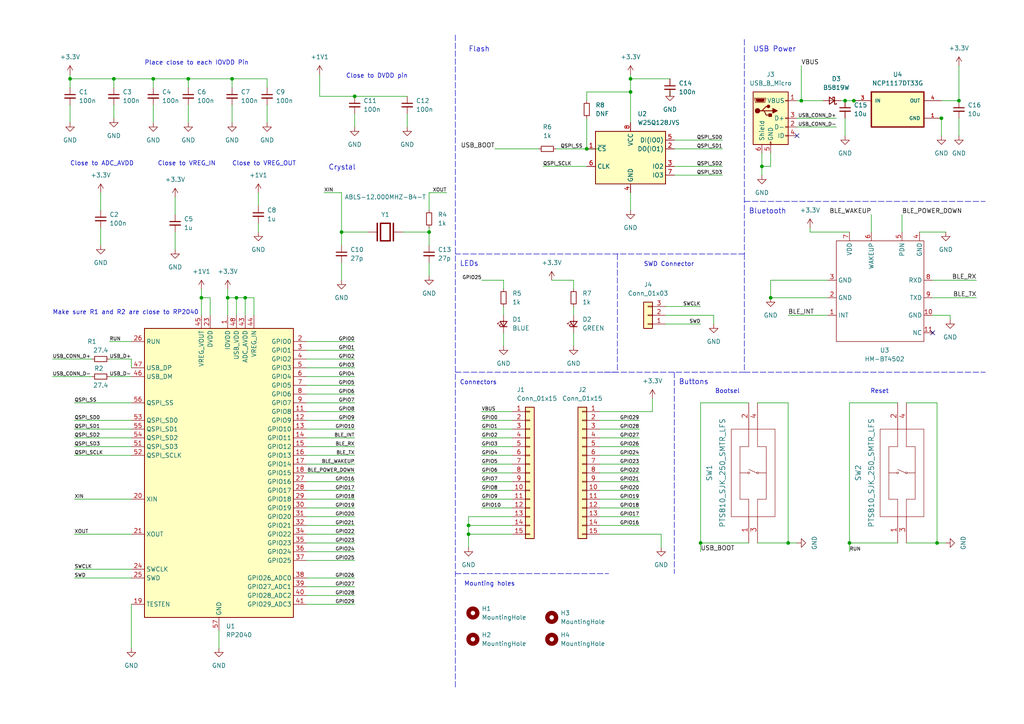
<source format=kicad_sch>
(kicad_sch (version 20211123) (generator eeschema)
  (paper "A4")
  (lib_symbols
    (symbol "ABLS-12.000MHZ-B4-T:ABLS-12.000MHZ-B4-T" (pin_numbers hide) (pin_names (offset 1.016) hide)
      (property "Reference" "Y" (at -5.08 3.81 0))
      (property "Value" "ABLS-12.000MHZ-B4-T" (at -5.1054 -5.1054 0))
      (symbol "ABLS-12.000MHZ-B4-T_0_0"
        (pin passive line (at -5.08 0 0) (length 2.54) (name "~") (number "1"))
        (pin passive line (at 5.08 0 180) (length 2.54) (name "~") (number "2"))
      )
    )
    (symbol "Connector:USB_B_Micro" (pin_names (offset 1.016))
      (property "Reference" "J" (at -5.08 11.43 0))
      (property "Value" "USB_B_Micro" (at -5.08 8.89 0))
      (symbol "USB_B_Micro_1_1"
        (pin power_out line (at 7.62 5.08 180) (length 2.54) (name "VBUS") (number "1"))
        (pin bidirectional line (at 7.62 -2.54 180) (length 2.54) (name "D-") (number "2"))
        (pin bidirectional line (at 7.62 0 180) (length 2.54) (name "D+") (number "3"))
        (pin passive line (at 7.62 -5.08 180) (length 2.54) (name "ID") (number "4"))
        (pin power_out line (at 0 -10.16 90) (length 2.54) (name "GND") (number "5"))
        (pin passive line (at -2.54 -10.16 90) (length 2.54) (name "Shield") (number "6"))
      )
    )
    (symbol "Connector_Generic:Conn_01x03" (pin_names (offset 1.016) hide)
      (property "Reference" "J" (at 0 5.08 0))
      (property "Value" "Conn_01x03" (at 0 -5.08 0))
      (symbol "Conn_01x03_1_1"
        (pin passive line (at -5.08 2.54 0) (length 3.81) (name "Pin_1") (number "1"))
        (pin passive line (at -5.08 0 0) (length 3.81) (name "Pin_2") (number "2"))
        (pin passive line (at -5.08 -2.54 0) (length 3.81) (name "Pin_3") (number "3"))
      )
    )
    (symbol "Connector_Generic:Conn_01x15" (pin_names (offset 1.016) hide)
      (property "Reference" "J" (at 0 20.32 0))
      (property "Value" "Conn_01x15" (at 0 -20.32 0))
      (symbol "Conn_01x15_1_1"
        (pin passive line (at -5.08 17.78 0) (length 3.81) (name "Pin_1") (number "1"))
        (pin passive line (at -5.08 -5.08 0) (length 3.81) (name "Pin_10") (number "10"))
        (pin passive line (at -5.08 -7.62 0) (length 3.81) (name "Pin_11") (number "11"))
        (pin passive line (at -5.08 -10.16 0) (length 3.81) (name "Pin_12") (number "12"))
        (pin passive line (at -5.08 -12.7 0) (length 3.81) (name "Pin_13") (number "13"))
        (pin passive line (at -5.08 -15.24 0) (length 3.81) (name "Pin_14") (number "14"))
        (pin passive line (at -5.08 -17.78 0) (length 3.81) (name "Pin_15") (number "15"))
        (pin passive line (at -5.08 15.24 0) (length 3.81) (name "Pin_2") (number "2"))
        (pin passive line (at -5.08 12.7 0) (length 3.81) (name "Pin_3") (number "3"))
        (pin passive line (at -5.08 10.16 0) (length 3.81) (name "Pin_4") (number "4"))
        (pin passive line (at -5.08 7.62 0) (length 3.81) (name "Pin_5") (number "5"))
        (pin passive line (at -5.08 5.08 0) (length 3.81) (name "Pin_6") (number "6"))
        (pin passive line (at -5.08 2.54 0) (length 3.81) (name "Pin_7") (number "7"))
        (pin passive line (at -5.08 0 0) (length 3.81) (name "Pin_8") (number "8"))
        (pin passive line (at -5.08 -2.54 0) (length 3.81) (name "Pin_9") (number "9"))
      )
    )
    (symbol "Custom:HM-BT4502"
      (property "Reference" "U" (at -12.7 16.51 0))
      (property "Value" "HM-BT4502" (at 7.62 -15.24 0))
      (symbol "HM-BT4502_0_0"
        (text "" (at 15.24 5.08 0) (effects (font (size 1.27 1.27))))
      )
      (symbol "HM-BT4502_1_1"
        (pin output line (at -15.24 -6.35 0) (length 2.54) (name "INT") (number "1"))
        (pin power_in line (at 15.24 -6.35 180) (length 2.54) (name "GND") (number "10"))
        (pin no_connect line (at 15.24 -11.43 180) (length 2.54) (name "NC") (number "11"))
        (pin power_in line (at -15.24 -1.27 0) (length 2.54) (name "GND") (number "2"))
        (pin power_in line (at -15.24 3.81 0) (length 2.54) (name "GND") (number "3"))
        (pin input line (at 11.43 17.78 270) (length 2.54) (name "GND") (number "4"))
        (pin input line (at 6.35 17.78 270) (length 2.54) (name "PDN") (number "5"))
        (pin input line (at -2.54 17.78 270) (length 2.54) (name "WAKEUP") (number "6"))
        (pin power_in line (at -8.89 17.78 270) (length 2.54) (name "VDD") (number "7"))
        (pin input line (at 15.24 3.81 180) (length 2.54) (name "RXD") (number "8"))
        (pin output line (at 15.24 -1.27 180) (length 2.54) (name "TXD") (number "9"))
      )
    )
    (symbol "Device:C_Small" (pin_numbers hide) (pin_names (offset 0.254) hide)
      (property "Reference" "C" (at 0.254 1.778 0))
      (property "Value" "C_Small" (at 0.254 -2.032 0))
      (symbol "C_Small_1_1"
        (pin passive line (at 0 2.54 270) (length 2.032) (name "~") (number "1"))
        (pin passive line (at 0 -2.54 90) (length 2.032) (name "~") (number "2"))
      )
    )
    (symbol "Device:D_Schottky_Small" (pin_numbers hide) (pin_names (offset 0.254) hide)
      (property "Reference" "D" (at -1.27 2.032 0))
      (property "Value" "D_Schottky_Small" (at -7.112 -2.032 0))
      (symbol "D_Schottky_Small_1_1"
        (pin passive line (at -2.54 0 0) (length 1.778) (name "K") (number "1"))
        (pin passive line (at 2.54 0 180) (length 1.778) (name "A") (number "2"))
      )
    )
    (symbol "Device:LED_Small" (pin_numbers hide) (pin_names (offset 0.254) hide)
      (property "Reference" "D" (at -1.27 3.175 0))
      (property "Value" "LED_Small" (at -4.445 -2.54 0))
      (symbol "LED_Small_1_1"
        (pin passive line (at -2.54 0 0) (length 1.778) (name "K") (number "1"))
        (pin passive line (at 2.54 0 180) (length 1.778) (name "A") (number "2"))
      )
    )
    (symbol "Device:R_Small" (pin_numbers hide) (pin_names (offset 0.254) hide)
      (property "Reference" "R" (at 0.762 0.508 0))
      (property "Value" "R_Small" (at 0.762 -1.016 0))
      (symbol "R_Small_1_1"
        (pin passive line (at 0 2.54 270) (length 0.762) (name "~") (number "1"))
        (pin passive line (at 0 -2.54 90) (length 0.762) (name "~") (number "2"))
      )
    )
    (symbol "MCU_RaspberryPi:RP2040"
      (property "Reference" "U" (at 17.78 45.72 0))
      (property "Value" "RP2040" (at 17.78 43.18 0))
      (symbol "RP2040_1_1"
        (pin power_in line (at 2.54 45.72 270) (length 3.81) (name "IOVDD") (number "1"))
        (pin passive line (at 2.54 45.72 270) (length 3.81) hide (name "IOVDD") (number "10"))
        (pin bidirectional line (at 25.4 17.78 180) (length 3.81) (name "GPIO8") (number "11"))
        (pin bidirectional line (at 25.4 15.24 180) (length 3.81) (name "GPIO9") (number "12"))
        (pin bidirectional line (at 25.4 12.7 180) (length 3.81) (name "GPIO10") (number "13"))
        (pin bidirectional line (at 25.4 10.16 180) (length 3.81) (name "GPIO11") (number "14"))
        (pin bidirectional line (at 25.4 7.62 180) (length 3.81) (name "GPIO12") (number "15"))
        (pin bidirectional line (at 25.4 5.08 180) (length 3.81) (name "GPIO13") (number "16"))
        (pin bidirectional line (at 25.4 2.54 180) (length 3.81) (name "GPIO14") (number "17"))
        (pin bidirectional line (at 25.4 0 180) (length 3.81) (name "GPIO15") (number "18"))
        (pin input line (at -25.4 -38.1 0) (length 3.81) (name "TESTEN") (number "19"))
        (pin bidirectional line (at 25.4 38.1 180) (length 3.81) (name "GPIO0") (number "2"))
        (pin input line (at -25.4 -7.62 0) (length 3.81) (name "XIN") (number "20"))
        (pin passive line (at -25.4 -17.78 0) (length 3.81) (name "XOUT") (number "21"))
        (pin passive line (at 2.54 45.72 270) (length 3.81) hide (name "IOVDD") (number "22"))
        (pin power_in line (at -2.54 45.72 270) (length 3.81) (name "DVDD") (number "23"))
        (pin output line (at -25.4 -27.94 0) (length 3.81) (name "SWCLK") (number "24"))
        (pin bidirectional line (at -25.4 -30.48 0) (length 3.81) (name "SWD") (number "25"))
        (pin input line (at -25.4 38.1 0) (length 3.81) (name "RUN") (number "26"))
        (pin bidirectional line (at 25.4 -2.54 180) (length 3.81) (name "GPIO16") (number "27"))
        (pin bidirectional line (at 25.4 -5.08 180) (length 3.81) (name "GPIO17") (number "28"))
        (pin bidirectional line (at 25.4 -7.62 180) (length 3.81) (name "GPIO18") (number "29"))
        (pin bidirectional line (at 25.4 35.56 180) (length 3.81) (name "GPIO1") (number "3"))
        (pin bidirectional line (at 25.4 -10.16 180) (length 3.81) (name "GPIO19") (number "30"))
        (pin bidirectional line (at 25.4 -12.7 180) (length 3.81) (name "GPIO20") (number "31"))
        (pin bidirectional line (at 25.4 -15.24 180) (length 3.81) (name "GPIO21") (number "32"))
        (pin passive line (at 2.54 45.72 270) (length 3.81) hide (name "IOVDD") (number "33"))
        (pin bidirectional line (at 25.4 -17.78 180) (length 3.81) (name "GPIO22") (number "34"))
        (pin bidirectional line (at 25.4 -20.32 180) (length 3.81) (name "GPIO23") (number "35"))
        (pin bidirectional line (at 25.4 -22.86 180) (length 3.81) (name "GPIO24") (number "36"))
        (pin bidirectional line (at 25.4 -25.4 180) (length 3.81) (name "GPIO25") (number "37"))
        (pin bidirectional line (at 25.4 -30.48 180) (length 3.81) (name "GPIO26_ADC0") (number "38"))
        (pin bidirectional line (at 25.4 -33.02 180) (length 3.81) (name "GPIO27_ADC1") (number "39"))
        (pin bidirectional line (at 25.4 33.02 180) (length 3.81) (name "GPIO2") (number "4"))
        (pin bidirectional line (at 25.4 -35.56 180) (length 3.81) (name "GPIO28_ADC2") (number "40"))
        (pin bidirectional line (at 25.4 -38.1 180) (length 3.81) (name "GPIO29_ADC3") (number "41"))
        (pin passive line (at 2.54 45.72 270) (length 3.81) hide (name "IOVDD") (number "42"))
        (pin power_in line (at 7.62 45.72 270) (length 3.81) (name "ADC_AVDD") (number "43"))
        (pin power_in line (at 10.16 45.72 270) (length 3.81) (name "VREG_IN") (number "44"))
        (pin power_out line (at -5.08 45.72 270) (length 3.81) (name "VREG_VOUT") (number "45"))
        (pin bidirectional line (at -25.4 27.94 0) (length 3.81) (name "USB_DM") (number "46"))
        (pin bidirectional line (at -25.4 30.48 0) (length 3.81) (name "USB_DP") (number "47"))
        (pin power_in line (at 5.08 45.72 270) (length 3.81) (name "USB_VDD") (number "48"))
        (pin passive line (at 2.54 45.72 270) (length 3.81) hide (name "IOVDD") (number "49"))
        (pin bidirectional line (at 25.4 30.48 180) (length 3.81) (name "GPIO3") (number "5"))
        (pin passive line (at -2.54 45.72 270) (length 3.81) hide (name "DVDD") (number "50"))
        (pin bidirectional line (at -25.4 7.62 0) (length 3.81) (name "QSPI_SD3") (number "51"))
        (pin output line (at -25.4 5.08 0) (length 3.81) (name "QSPI_SCLK") (number "52"))
        (pin bidirectional line (at -25.4 15.24 0) (length 3.81) (name "QSPI_SD0") (number "53"))
        (pin bidirectional line (at -25.4 10.16 0) (length 3.81) (name "QSPI_SD2") (number "54"))
        (pin bidirectional line (at -25.4 12.7 0) (length 3.81) (name "QSPI_SD1") (number "55"))
        (pin bidirectional line (at -25.4 20.32 0) (length 3.81) (name "QSPI_SS") (number "56"))
        (pin power_in line (at 0 -45.72 90) (length 3.81) (name "GND") (number "57"))
        (pin bidirectional line (at 25.4 27.94 180) (length 3.81) (name "GPIO4") (number "6"))
        (pin bidirectional line (at 25.4 25.4 180) (length 3.81) (name "GPIO5") (number "7"))
        (pin bidirectional line (at 25.4 22.86 180) (length 3.81) (name "GPIO6") (number "8"))
        (pin bidirectional line (at 25.4 20.32 180) (length 3.81) (name "GPIO7") (number "9"))
      )
    )
    (symbol "Mechanical:MountingHole" (pin_names (offset 1.016))
      (property "Reference" "H" (at 0 5.08 0))
      (property "Value" "MountingHole" (at 0 3.175 0))
    )
    (symbol "Memory_Flash:W25Q128JVS"
      (property "Reference" "U" (at -8.89 8.89 0))
      (property "Value" "W25Q128JVS" (at 7.62 8.89 0))
      (symbol "W25Q128JVS_1_1"
        (pin input line (at -12.7 2.54 0) (length 2.54) (name "~{CS}") (number "1"))
        (pin bidirectional line (at 12.7 2.54 180) (length 2.54) (name "DO(IO1)") (number "2"))
        (pin bidirectional line (at 12.7 -2.54 180) (length 2.54) (name "IO2") (number "3"))
        (pin power_in line (at 0 -10.16 90) (length 2.54) (name "GND") (number "4"))
        (pin bidirectional line (at 12.7 5.08 180) (length 2.54) (name "DI(IO0)") (number "5"))
        (pin input line (at -12.7 -2.54 0) (length 2.54) (name "CLK") (number "6"))
        (pin bidirectional line (at 12.7 -5.08 180) (length 2.54) (name "IO3") (number "7"))
        (pin power_in line (at 0 10.16 270) (length 2.54) (name "VCC") (number "8"))
      )
    )
    (symbol "NCP1117DT33G:NCP1117DT33G" (pin_names (offset 1.016))
      (property "Reference" "U" (at -6.35 6.8326 0))
      (property "Value" "NCP1117DT33G" (at -6.35 -8.6614 0))
      (symbol "NCP1117DT33G_0_0"
        (pin power_in line (at 12.7 -2.54 180) (length 5.08) (name "GND") (number "1"))
        (pin input line (at -12.7 2.54 0) (length 5.08) (name "IN") (number "3"))
        (pin output line (at 12.7 2.54 180) (length 5.08) (name "OUT") (number "4"))
      )
    )
    (symbol "PTS810:PTS810_SJK_250_SMTR_LFS" (pin_names (offset 0.254) hide)
      (property "Reference" "SW" (at 20.32 10.16 0))
      (property "Value" "PTS810_SJK_250_SMTR_LFS" (at 20.32 7.62 0))
      (symbol "PTS810_SJK_250_SMTR_LFS_1_1"
        (pin unspecified line (at 0 0 0) (length 7.62) (name "1") (number "1"))
        (pin unspecified line (at 40.64 0 180) (length 7.62) (name "2") (number "2"))
        (pin unspecified line (at 0 -2.54 0) (length 7.62) (name "3") (number "3"))
        (pin unspecified line (at 40.64 -2.54 180) (length 7.62) (name "4") (number "4"))
      )
    )
    (symbol "power:+1V1" (power) (pin_names (offset 0))
      (property "Value" "+1V1" (at 0 3.556 0))
      (symbol "+1V1_1_1"
        (pin power_in line (at 0 0 90) (length 0) hide (name "+1V1") (number "1"))
      )
    )
    (symbol "power:+3.3V" (power) (pin_names (offset 0))
      (property "Value" "+3.3V" (at 0 3.556 0))
      (symbol "+3.3V_1_1"
        (pin power_in line (at 0 0 90) (length 0) hide (name "+3.3V") (number "1"))
      )
    )
    (symbol "power:GND" (power) (pin_names (offset 0))
      (property "Value" "GND" (at 0 -3.81 0))
      (symbol "GND_1_1"
        (pin power_in line (at 0 0 270) (length 0) hide (name "GND") (number "1"))
      )
    )
  )
  (junction (at 135.89 154.94))
  (junction (at 273.05 34.29))
  (junction (at 44.45 22.86))
  (junction (at 228.6 157.48))
  (junction (at 247.65 29.21))
  (junction (at 278.13 29.21))
  (junction (at 232.41 29.21))
  (junction (at 67.31 22.86))
  (junction (at 271.78 157.48))
  (junction (at 99.06 67.31))
  (junction (at 246.38 157.48))
  (junction (at 124.46 67.31))
  (junction (at 170.18 43.18))
  (junction (at 223.52 86.36))
  (junction (at 66.04 86.36))
  (junction (at 182.88 26.67))
  (junction (at 20.32 22.86))
  (junction (at 54.61 22.86))
  (junction (at 58.42 86.36))
  (junction (at 71.12 86.36))
  (junction (at 220.98 48.26))
  (junction (at 33.02 22.86))
  (junction (at 135.89 152.4))
  (junction (at 203.2 157.48))
  (junction (at 68.58 86.36))
  (junction (at 182.88 22.86))
  (junction (at 245.11 29.21))
  (junction (at 102.87 27.94))
  (no_connect (at 231.14 39.37))
  (no_connect (at 270.51 96.52))
  (wire (pts (xy 54.61 30.48) (xy 54.61 35.56)))
  (wire (pts (xy 20.32 21.59) (xy 20.32 22.86)))
  (wire (pts (xy 60.96 91.44) (xy 60.96 86.36)))
  (wire (pts (xy 92.71 27.94) (xy 102.87 27.94)))
  (wire (pts (xy 124.46 67.31) (xy 124.46 71.12)))
  (wire (pts (xy 29.21 66.04) (xy 29.21 71.12)))
  (wire (pts (xy 88.9 99.06) (xy 102.87 99.06)))
  (polyline (pts (xy 215.9 58.42) (xy 285.75 58.42)))
  (polyline (pts (xy 215.9 107.95) (xy 285.75 107.95)))
  (wire (pts (xy 173.99 139.7) (xy 185.42 139.7)))
  (wire (pts (xy 66.04 83.82) (xy 66.04 86.36)))
  (wire (pts (xy 54.61 22.86) (xy 67.31 22.86)))
  (wire (pts (xy 88.9 137.16) (xy 102.87 137.16)))
  (wire (pts (xy 21.59 144.78) (xy 38.1 144.78)))
  (wire (pts (xy 139.7 134.62) (xy 148.59 134.62)))
  (wire (pts (xy 88.9 157.48) (xy 102.87 157.48)))
  (wire (pts (xy 68.58 86.36) (xy 66.04 86.36)))
  (wire (pts (xy 88.9 109.22) (xy 102.87 109.22)))
  (wire (pts (xy 44.45 30.48) (xy 44.45 35.56)))
  (wire (pts (xy 173.99 119.38) (xy 189.23 119.38)))
  (wire (pts (xy 92.71 21.59) (xy 92.71 27.94)))
  (wire (pts (xy 173.99 127) (xy 185.42 127)))
  (wire (pts (xy 146.05 81.28) (xy 139.7 81.28)))
  (wire (pts (xy 139.7 127) (xy 148.59 127)))
  (wire (pts (xy 66.04 86.36) (xy 66.04 91.44)))
  (wire (pts (xy 182.88 21.59) (xy 182.88 22.86)))
  (wire (pts (xy 262.89 116.84) (xy 271.78 116.84)))
  (wire (pts (xy 271.78 34.29) (xy 273.05 34.29)))
  (wire (pts (xy 166.37 83.82) (xy 166.37 81.28)))
  (wire (pts (xy 21.59 116.84) (xy 38.1 116.84)))
  (wire (pts (xy 135.89 154.94) (xy 148.59 154.94)))
  (wire (pts (xy 193.04 88.9) (xy 203.2 88.9)))
  (wire (pts (xy 195.58 40.64) (xy 209.55 40.64)))
  (wire (pts (xy 223.52 44.45) (xy 223.52 48.26)))
  (wire (pts (xy 228.6 116.84) (xy 228.6 157.48)))
  (wire (pts (xy 135.89 152.4) (xy 135.89 154.94)))
  (wire (pts (xy 88.9 121.92) (xy 102.87 121.92)))
  (wire (pts (xy 189.23 115.57) (xy 189.23 119.38)))
  (polyline (pts (xy 195.58 107.95) (xy 195.58 166.37)))
  (wire (pts (xy 88.9 106.68) (xy 102.87 106.68)))
  (wire (pts (xy 88.9 162.56) (xy 102.87 162.56)))
  (wire (pts (xy 223.52 48.26) (xy 220.98 48.26)))
  (wire (pts (xy 33.02 30.48) (xy 33.02 34.29)))
  (wire (pts (xy 203.2 160.02) (xy 203.2 157.48)))
  (wire (pts (xy 273.05 29.21) (xy 278.13 29.21)))
  (wire (pts (xy 270.51 86.36) (xy 283.21 86.36)))
  (wire (pts (xy 88.9 175.26) (xy 102.87 175.26)))
  (wire (pts (xy 246.38 116.84) (xy 246.38 157.48)))
  (wire (pts (xy 232.41 29.21) (xy 238.76 29.21)))
  (wire (pts (xy 247.65 29.21) (xy 250.19 29.21)))
  (wire (pts (xy 262.89 157.48) (xy 271.78 157.48)))
  (wire (pts (xy 182.88 22.86) (xy 194.31 22.86)))
  (wire (pts (xy 50.8 57.15) (xy 50.8 62.23)))
  (polyline (pts (xy 132.08 166.37) (xy 176.53 166.37)))
  (wire (pts (xy 15.24 104.14) (xy 26.67 104.14)))
  (wire (pts (xy 88.9 114.3) (xy 102.87 114.3)))
  (wire (pts (xy 31.75 109.22) (xy 38.1 109.22)))
  (wire (pts (xy 73.66 86.36) (xy 71.12 86.36)))
  (wire (pts (xy 220.98 44.45) (xy 220.98 48.26)))
  (wire (pts (xy 99.06 55.88) (xy 99.06 67.31)))
  (wire (pts (xy 139.7 119.38) (xy 148.59 119.38)))
  (wire (pts (xy 173.99 132.08) (xy 185.42 132.08)))
  (wire (pts (xy 73.66 91.44) (xy 73.66 86.36)))
  (wire (pts (xy 146.05 96.52) (xy 146.05 100.33)))
  (wire (pts (xy 193.04 93.98) (xy 203.2 93.98)))
  (wire (pts (xy 21.59 165.1) (xy 38.1 165.1)))
  (wire (pts (xy 135.89 152.4) (xy 148.59 152.4)))
  (wire (pts (xy 58.42 86.36) (xy 58.42 91.44)))
  (wire (pts (xy 139.7 129.54) (xy 148.59 129.54)))
  (wire (pts (xy 139.7 132.08) (xy 148.59 132.08)))
  (wire (pts (xy 173.99 147.32) (xy 185.42 147.32)))
  (wire (pts (xy 156.21 43.18) (xy 143.51 43.18)))
  (wire (pts (xy 88.9 104.14) (xy 102.87 104.14)))
  (wire (pts (xy 245.11 29.21) (xy 247.65 29.21)))
  (wire (pts (xy 173.99 149.86) (xy 185.42 149.86)))
  (wire (pts (xy 270.51 81.28) (xy 283.21 81.28)))
  (wire (pts (xy 139.7 147.32) (xy 148.59 147.32)))
  (wire (pts (xy 271.78 157.48) (xy 274.32 157.48)))
  (wire (pts (xy 217.17 157.48) (xy 203.2 157.48)))
  (wire (pts (xy 88.9 129.54) (xy 102.87 129.54)))
  (wire (pts (xy 139.7 124.46) (xy 148.59 124.46)))
  (wire (pts (xy 88.9 170.18) (xy 102.87 170.18)))
  (wire (pts (xy 207.01 91.44) (xy 207.01 93.98)))
  (wire (pts (xy 15.24 109.22) (xy 26.67 109.22)))
  (wire (pts (xy 203.2 116.84) (xy 203.2 157.48)))
  (wire (pts (xy 245.11 34.29) (xy 245.11 39.37)))
  (wire (pts (xy 124.46 66.04) (xy 124.46 67.31)))
  (wire (pts (xy 234.95 67.31) (xy 246.38 67.31)))
  (wire (pts (xy 246.38 160.02) (xy 246.38 157.48)))
  (wire (pts (xy 88.9 116.84) (xy 102.87 116.84)))
  (wire (pts (xy 182.88 22.86) (xy 182.88 26.67)))
  (wire (pts (xy 166.37 96.52) (xy 166.37 100.33)))
  (wire (pts (xy 231.14 29.21) (xy 232.41 29.21)))
  (wire (pts (xy 166.37 81.28) (xy 160.02 81.28)))
  (wire (pts (xy 21.59 127) (xy 38.1 127)))
  (wire (pts (xy 29.21 55.88) (xy 29.21 60.96)))
  (wire (pts (xy 88.9 160.02) (xy 102.87 160.02)))
  (wire (pts (xy 146.05 88.9) (xy 146.05 91.44)))
  (polyline (pts (xy 132.08 10.16) (xy 132.08 199.39)))
  (wire (pts (xy 217.17 116.84) (xy 203.2 116.84)))
  (wire (pts (xy 270.51 91.44) (xy 275.59 91.44)))
  (wire (pts (xy 74.93 64.77) (xy 74.93 67.31)))
  (wire (pts (xy 88.9 152.4) (xy 102.87 152.4)))
  (wire (pts (xy 88.9 139.7) (xy 102.87 139.7)))
  (wire (pts (xy 38.1 175.26) (xy 38.1 187.96)))
  (wire (pts (xy 195.58 43.18) (xy 209.55 43.18)))
  (wire (pts (xy 54.61 22.86) (xy 54.61 25.4)))
  (wire (pts (xy 271.78 116.84) (xy 271.78 157.48)))
  (wire (pts (xy 166.37 88.9) (xy 166.37 91.44)))
  (wire (pts (xy 74.93 55.88) (xy 74.93 59.69)))
  (wire (pts (xy 88.9 149.86) (xy 102.87 149.86)))
  (wire (pts (xy 124.46 76.2) (xy 124.46 80.01)))
  (wire (pts (xy 231.14 34.29) (xy 242.57 34.29)))
  (wire (pts (xy 99.06 67.31) (xy 106.68 67.31)))
  (wire (pts (xy 20.32 22.86) (xy 33.02 22.86)))
  (wire (pts (xy 44.45 22.86) (xy 44.45 25.4)))
  (wire (pts (xy 88.9 144.78) (xy 102.87 144.78)))
  (wire (pts (xy 99.06 76.2) (xy 99.06 81.28)))
  (wire (pts (xy 118.11 33.02) (xy 118.11 36.83)))
  (wire (pts (xy 223.52 86.36) (xy 240.03 86.36)))
  (wire (pts (xy 266.7 67.31) (xy 274.32 67.31)))
  (wire (pts (xy 77.47 30.48) (xy 77.47 35.56)))
  (wire (pts (xy 146.05 83.82) (xy 146.05 81.28)))
  (wire (pts (xy 67.31 30.48) (xy 67.31 35.56)))
  (wire (pts (xy 124.46 55.88) (xy 124.46 60.96)))
  (wire (pts (xy 195.58 48.26) (xy 209.55 48.26)))
  (wire (pts (xy 88.9 132.08) (xy 102.87 132.08)))
  (wire (pts (xy 170.18 29.21) (xy 170.18 26.67)))
  (wire (pts (xy 182.88 55.88) (xy 182.88 60.96)))
  (wire (pts (xy 88.9 124.46) (xy 102.87 124.46)))
  (wire (pts (xy 195.58 50.8) (xy 209.55 50.8)))
  (wire (pts (xy 223.52 81.28) (xy 240.03 81.28)))
  (wire (pts (xy 38.1 104.14) (xy 31.75 104.14)))
  (wire (pts (xy 228.6 91.44) (xy 240.03 91.44)))
  (wire (pts (xy 67.31 22.86) (xy 77.47 22.86)))
  (wire (pts (xy 260.35 157.48) (xy 246.38 157.48)))
  (wire (pts (xy 20.32 30.48) (xy 20.32 35.56)))
  (wire (pts (xy 67.31 22.86) (xy 67.31 25.4)))
  (polyline (pts (xy 179.07 73.66) (xy 179.07 107.95)))
  (polyline (pts (xy 215.9 73.66) (xy 132.08 73.66)))
  (wire (pts (xy 232.41 19.05) (xy 232.41 29.21)))
  (wire (pts (xy 38.1 106.68) (xy 38.1 104.14)))
  (wire (pts (xy 273.05 34.29) (xy 273.05 39.37)))
  (wire (pts (xy 173.99 152.4) (xy 185.42 152.4)))
  (wire (pts (xy 173.99 144.78) (xy 185.42 144.78)))
  (wire (pts (xy 88.9 154.94) (xy 102.87 154.94)))
  (wire (pts (xy 33.02 22.86) (xy 44.45 22.86)))
  (wire (pts (xy 63.5 182.88) (xy 63.5 187.96)))
  (wire (pts (xy 21.59 154.94) (xy 38.1 154.94)))
  (wire (pts (xy 161.29 43.18) (xy 170.18 43.18)))
  (wire (pts (xy 135.89 154.94) (xy 135.89 158.75)))
  (wire (pts (xy 33.02 22.86) (xy 33.02 25.4)))
  (wire (pts (xy 88.9 101.6) (xy 102.87 101.6)))
  (wire (pts (xy 68.58 91.44) (xy 68.58 86.36)))
  (wire (pts (xy 278.13 34.29) (xy 278.13 39.37)))
  (polyline (pts (xy 179.07 107.95) (xy 175.26 107.95)))
  (wire (pts (xy 173.99 154.94) (xy 191.77 154.94)))
  (wire (pts (xy 21.59 124.46) (xy 38.1 124.46)))
  (wire (pts (xy 116.84 67.31) (xy 124.46 67.31)))
  (wire (pts (xy 193.04 91.44) (xy 207.01 91.44)))
  (wire (pts (xy 60.96 86.36) (xy 58.42 86.36)))
  (wire (pts (xy 219.71 116.84) (xy 228.6 116.84)))
  (wire (pts (xy 219.71 157.48) (xy 228.6 157.48)))
  (wire (pts (xy 71.12 86.36) (xy 68.58 86.36)))
  (wire (pts (xy 31.75 99.06) (xy 38.1 99.06)))
  (wire (pts (xy 135.89 149.86) (xy 148.59 149.86)))
  (wire (pts (xy 88.9 111.76) (xy 102.87 111.76)))
  (wire (pts (xy 88.9 147.32) (xy 102.87 147.32)))
  (polyline (pts (xy 215.9 11.43) (xy 215.9 73.66)))
  (wire (pts (xy 275.59 91.44) (xy 275.59 92.71)))
  (wire (pts (xy 102.87 33.02) (xy 102.87 36.83)))
  (polyline (pts (xy 215.9 73.66) (xy 215.9 107.95)))
  (wire (pts (xy 170.18 43.18) (xy 173.99 43.18)))
  (wire (pts (xy 21.59 121.92) (xy 38.1 121.92)))
  (wire (pts (xy 173.99 129.54) (xy 185.42 129.54)))
  (wire (pts (xy 20.32 22.86) (xy 20.32 25.4)))
  (wire (pts (xy 21.59 129.54) (xy 38.1 129.54)))
  (wire (pts (xy 88.9 127) (xy 102.87 127)))
  (wire (pts (xy 182.88 26.67) (xy 182.88 35.56)))
  (wire (pts (xy 88.9 167.64) (xy 102.87 167.64)))
  (wire (pts (xy 173.99 121.92) (xy 185.42 121.92)))
  (wire (pts (xy 170.18 34.29) (xy 170.18 43.18)))
  (wire (pts (xy 194.31 27.94) (xy 194.31 26.67)))
  (wire (pts (xy 261.62 62.23) (xy 261.62 67.31)))
  (wire (pts (xy 173.99 142.24) (xy 185.42 142.24)))
  (wire (pts (xy 93.98 55.88) (xy 99.06 55.88)))
  (wire (pts (xy 88.9 119.38) (xy 102.87 119.38)))
  (wire (pts (xy 223.52 86.36) (xy 223.52 81.28)))
  (wire (pts (xy 234.95 66.04) (xy 234.95 67.31)))
  (wire (pts (xy 88.9 134.62) (xy 102.87 134.62)))
  (wire (pts (xy 77.47 22.86) (xy 77.47 25.4)))
  (wire (pts (xy 88.9 172.72) (xy 102.87 172.72)))
  (wire (pts (xy 102.87 27.94) (xy 118.11 27.94)))
  (wire (pts (xy 139.7 144.78) (xy 148.59 144.78)))
  (wire (pts (xy 191.77 154.94) (xy 191.77 158.75)))
  (wire (pts (xy 21.59 167.64) (xy 38.1 167.64)))
  (polyline (pts (xy 132.08 107.95) (xy 215.9 107.95)))
  (wire (pts (xy 139.7 121.92) (xy 148.59 121.92)))
  (wire (pts (xy 157.48 48.26) (xy 170.18 48.26)))
  (wire (pts (xy 58.42 83.82) (xy 58.42 86.36)))
  (wire (pts (xy 173.99 137.16) (xy 185.42 137.16)))
  (wire (pts (xy 139.7 139.7) (xy 148.59 139.7)))
  (wire (pts (xy 170.18 26.67) (xy 182.88 26.67)))
  (wire (pts (xy 88.9 142.24) (xy 102.87 142.24)))
  (wire (pts (xy 21.59 132.08) (xy 38.1 132.08)))
  (wire (pts (xy 228.6 157.48) (xy 231.14 157.48)))
  (wire (pts (xy 139.7 142.24) (xy 148.59 142.24)))
  (wire (pts (xy 260.35 116.84) (xy 246.38 116.84)))
  (wire (pts (xy 135.89 149.86) (xy 135.89 152.4)))
  (wire (pts (xy 124.46 55.88) (xy 129.54 55.88)))
  (wire (pts (xy 50.8 67.31) (xy 50.8 72.39)))
  (wire (pts (xy 139.7 137.16) (xy 148.59 137.16)))
  (wire (pts (xy 252.73 62.23) (xy 252.73 67.31)))
  (wire (pts (xy 173.99 134.62) (xy 185.42 134.62)))
  (wire (pts (xy 231.14 36.83) (xy 242.57 36.83)))
  (wire (pts (xy 220.98 48.26) (xy 220.98 50.8)))
  (wire (pts (xy 278.13 29.21) (xy 278.13 19.05)))
  (wire (pts (xy 173.99 124.46) (xy 185.42 124.46)))
  (wire (pts (xy 99.06 71.12) (xy 99.06 67.31)))
  (wire (pts (xy 245.11 29.21) (xy 243.84 29.21)))
  (wire (pts (xy 44.45 22.86) (xy 54.61 22.86)))
  (wire (pts (xy 71.12 91.44) (xy 71.12 86.36)))
  (text "LEDs" (at 133.35 77.47 0) (effects (font (size 1.5 1.5)) (justify left bottom)))
  (text "Buttons\n" (at 196.85 111.76 0) (effects (font (size 1.5 1.5)) (justify left bottom)))
  (text "Close to VREG_OUT\n" (at 67.31 48.26 0) (effects (font (size 1.27 1.27)) (justify left bottom)))
  (text "SWD Connector" (at 186.69 77.47 0) (effects (font (size 1.27 1.27)) (justify left bottom)))
  (text "Bootsel\n" (at 214.63 114.3 180) (effects (font (size 1.27 1.27)) (justify right bottom)))
  (text "Close to ADC_AVDD\n" (at 20.32 48.26 0) (effects (font (size 1.27 1.27)) (justify left bottom)))
  (text "Close to DVDD pin\n" (at 100.33 22.86 0) (effects (font (size 1.27 1.27)) (justify left bottom)))
  (text "Crystal\n" (at 95.25 49.53 0) (effects (font (size 1.5 1.5)) (justify left bottom)))
  (text "Bluetooth\n" (at 217.17 62.23 0) (effects (font (size 1.5 1.5)) (justify left bottom)))
  (text "Reset\n" (at 257.81 114.3 180) (effects (font (size 1.27 1.27)) (justify right bottom)))
  (text "Mounting holes" (at 134.62 170.18 0) (effects (font (size 1.27 1.27)) (justify left bottom)))
  (text "Flash" (at 135.89 15.24 0) (effects (font (size 1.5 1.5)) (justify left bottom)))
  (text "Close to VREG_IN\n" (at 45.72 48.26 0) (effects (font (size 1.27 1.27)) (justify left bottom)))
  (text "Make sure R1 and R2 are close to RP2040\n" (at 15.24 91.44 0) (effects (font (size 1.27 1.27)) (justify left bottom)))
  (text "Place close to each IOVDD Pin" (at 41.91 19.05 0) (effects (font (size 1.27 1.27)) (justify left bottom)))
  (text "USB Power" (at 218.44 15.24 0) (effects (font (size 1.5 1.5)) (justify left bottom)))
  (text "Connectors\n" (at 133.35 111.76 0) (effects (font (size 1.27 1.27)) (justify left bottom)))
  (label "USB_CONN_D+" (at 15.24 104.14 0) (effects (font (size 1 1))))
  (label "GPIO0" (at 102.87 99.06 180) (effects (font (size 1 1))))
  (label "GPIO0" (at 139.7 121.92 0) (effects (font (size 1 1))))
  (label "SWD" (at 203.2 93.98 180) (effects (font (size 1 1))))
  (label "GPIO27" (at 102.87 170.18 180) (effects (font (size 1 1))))
  (label "USB_CONN_D-" (at 242.57 36.83 180) (effects (font (size 1 1))))
  (label "GPIO21" (at 185.42 139.7 180) (effects (font (size 1 1))))
  (label "GPIO26" (at 185.42 129.54 180) (effects (font (size 1 1))))
  (label "SWCLK" (at 203.2 88.9 180) (effects (font (size 1 1))))
  (label "GPIO5" (at 102.87 111.76 180) (effects (font (size 1 1))))
  (label "GPIO22" (at 185.42 137.16 180) (effects (font (size 1 1))))
  (label "GPIO19" (at 102.87 147.32 180) (effects (font (size 1 1))))
  (label "USB_CONN_D-" (at 15.24 109.22 0) (effects (font (size 1 1))))
  (label "QSPI_SD2" (at 21.59 127 0) (effects (font (size 1.016 1.016))))
  (label "GPIO26" (at 102.87 167.64 180) (effects (font (size 1 1))))
  (label "GPIO1" (at 102.87 101.6 180) (effects (font (size 1 1))))
  (label "RUN" (at 31.75 99.06 0) (effects (font (size 1 1))))
  (label "GPIO8" (at 139.7 142.24 0) (effects (font (size 1 1))))
  (label "GPIO4" (at 139.7 132.08 0) (effects (font (size 1 1))))
  (label "GPIO2" (at 102.87 104.14 180) (effects (font (size 1 1))))
  (label "USB_CONN_D+" (at 242.57 34.29 180) (effects (font (size 1 1))))
  (label "GPIO22" (at 102.87 154.94 180) (effects (font (size 1 1))))
  (label "BLE_TX" (at 102.87 132.08 180) (effects (font (size 1 1))))
  (label "GPIO25" (at 102.87 162.56 180) (effects (font (size 1 1))))
  (label "GPIO24" (at 102.87 160.02 180) (effects (font (size 1 1))))
  (label "XIN" (at 93.98 55.88 0) (effects (font (size 1.016 1.016))))
  (label "GPIO18" (at 185.42 147.32 180) (effects (font (size 1 1))))
  (label "BLE_POWER_DOWN" (at 102.87 137.16 180) (effects (font (size 1 1))))
  (label "GPIO9" (at 139.7 144.78 0) (effects (font (size 1 1))))
  (label "GPIO2" (at 139.7 127 0) (effects (font (size 1 1))))
  (label "VBUS" (at 232.41 19.05 0))
  (label "GPIO28" (at 185.42 124.46 180) (effects (font (size 1 1))))
  (label "BLE_WAKEUP" (at 102.87 134.62 180) (effects (font (size 1 1))))
  (label "GPIO21" (at 102.87 152.4 180) (effects (font (size 1 1))))
  (label "GPIO20" (at 185.42 142.24 180) (effects (font (size 1 1))))
  (label "GPIO23" (at 185.42 134.62 180) (effects (font (size 1 1))))
  (label "BLE_INT" (at 102.87 127 180) (effects (font (size 1 1))))
  (label "XIN" (at 21.59 144.78 0) (effects (font (size 1.016 1.016))))
  (label "XOUT" (at 129.54 55.88 180) (effects (font (size 1.016 1.016))))
  (label "BLE_RX" (at 283.21 81.28 180))
  (label "BLE_RX" (at 102.87 129.54 180) (effects (font (size 1 1))))
  (label "GPIO3" (at 139.7 129.54 0) (effects (font (size 1 1))))
  (label "QSPI_SCLK" (at 157.48 48.26 0) (effects (font (size 1.016 1.016))))
  (label "GPIO3" (at 102.87 106.68 180) (effects (font (size 1 1))))
  (label "GPIO16" (at 102.87 139.7 180) (effects (font (size 1 1))))
  (label "QSPI_SD1" (at 209.55 43.18 180) (effects (font (size 1.016 1.016))))
  (label "QSPI_SD0" (at 209.55 40.64 180) (effects (font (size 1.016 1.016))))
  (label "QSPI_SS" (at 162.56 43.18 0) (effects (font (size 1.016 1.016))))
  (label "GPIO9" (at 102.87 121.92 180) (effects (font (size 1 1))))
  (label "USB_D-" (at 31.75 109.22 0) (effects (font (size 1.016 1.016))))
  (label "GPIO23" (at 102.87 157.48 180) (effects (font (size 1 1))))
  (label "GPIO25" (at 139.7 81.28 180) (effects (font (size 1 1))))
  (label "USB_BOOT" (at 143.51 43.18 180))
  (label "GPIO20" (at 102.87 149.86 180) (effects (font (size 1 1))))
  (label "GPIO7" (at 102.87 116.84 180) (effects (font (size 1 1))))
  (label "SWCLK" (at 21.59 165.1 0) (effects (font (size 1 1))))
  (label "GPIO16" (at 185.42 152.4 180) (effects (font (size 1 1))))
  (label "GPIO8" (at 102.87 119.38 180) (effects (font (size 1 1))))
  (label "BLE_WAKEUP" (at 252.73 62.23 180))
  (label "GPIO4" (at 102.87 109.22 180) (effects (font (size 1 1))))
  (label "GPIO17" (at 185.42 149.86 180) (effects (font (size 1 1))))
  (label "QSPI_SD0" (at 21.59 121.92 0) (effects (font (size 1.016 1.016))))
  (label "GPIO28" (at 102.87 172.72 180) (effects (font (size 1 1))))
  (label "GPIO24" (at 185.42 132.08 180) (effects (font (size 1 1))))
  (label "QSPI_SS" (at 21.59 116.84 0) (effects (font (size 1.016 1.016))))
  (label "BLE_POWER_DOWN" (at 261.62 62.23 0))
  (label "QSPI_SD2" (at 209.55 48.26 180) (effects (font (size 1.016 1.016))))
  (label "GPIO18" (at 102.87 144.78 180) (effects (font (size 1 1))))
  (label "USB_D+" (at 31.75 104.14 0) (effects (font (size 1.016 1.016))))
  (label "USB_BOOT" (at 203.2 160.02 0))
  (label "GPIO29" (at 185.42 121.92 180) (effects (font (size 1 1))))
  (label "VBUS" (at 139.7 119.38 0) (effects (font (size 1 1))))
  (label "GPIO17" (at 102.87 142.24 180) (effects (font (size 1 1))))
  (label "GPIO7" (at 139.7 139.7 0) (effects (font (size 1 1))))
  (label "GPIO19" (at 185.42 144.78 180) (effects (font (size 1 1))))
  (label "GPIO1" (at 139.7 124.46 0) (effects (font (size 1 1))))
  (label "GPIO6" (at 139.7 137.16 0) (effects (font (size 1 1))))
  (label "GPIO27" (at 185.42 127 180) (effects (font (size 1 1))))
  (label "QSPI_SCLK" (at 21.59 132.08 0) (effects (font (size 1.016 1.016))))
  (label "RUN" (at 246.38 160.02 0) (effects (font (size 1 1))))
  (label "GPIO10" (at 139.7 147.32 0) (effects (font (size 1 1))))
  (label "BLE_TX" (at 283.21 86.36 180))
  (label "GPIO10" (at 102.87 124.46 180) (effects (font (size 1 1))))
  (label "SWD" (at 21.59 167.64 0) (effects (font (size 1 1))))
  (label "XOUT" (at 21.59 154.94 0) (effects (font (size 1.016 1.016))))
  (label "GPIO29" (at 102.87 175.26 180) (effects (font (size 1 1))))
  (label "GPIO6" (at 102.87 114.3 180) (effects (font (size 1 1))))
  (label "GPIO5" (at 139.7 134.62 0) (effects (font (size 1 1))))
  (label "BLE_INT" (at 228.6 91.44 0))
  (label "QSPI_SD1" (at 21.59 124.46 0) (effects (font (size 1.016 1.016))))
  (label "QSPI_SD3" (at 21.59 129.54 0) (effects (font (size 1.016 1.016))))
  (label "QSPI_SD3" (at 209.55 50.8 180) (effects (font (size 1.016 1.016))))
  (symbol (lib_id "Device:C_Small") (at 74.93 62.23 0) (unit 1)
    (property "Reference" "C8" (at 77.47 60.9662 0) (effects (justify left)))
    (property "Value" "1u" (at 77.47 63.5062 0) (effects (justify left)))
    (property "Footprint" "Capacitor_SMD:C_0402_1005Metric" (effects hide))
  )
  (symbol (lib_id "Connector:USB_B_Micro") (at 223.52 34.29 0) (unit 1)
    (property "Reference" "J3" (at 223.52 21.59 0))
    (property "Value" "USB_B_Micro" (at 223.52 24.13 0))
    (property "Footprint" "Connector_USB:USB_Micro-B_Amphenol_10103594-0001LF_Horizontal" (effects hide))
  )
  (symbol (lib_id "Device:C_Small") (at 50.8 64.77 0) (unit 1)
    (property "Reference" "C5" (at 53.34 63.5062 0) (effects (justify left)))
    (property "Value" "1u" (at 53.34 66.0462 0) (effects (justify left)))
    (property "Footprint" "Capacitor_SMD:C_0402_1005Metric" (effects hide))
  )
  (symbol (lib_id "power:GND") (at 118.11 36.83 0) (unit 1)
    (property "Reference" "#PWR021" (effects hide))
    (property "Value" "GND" (at 118.11 41.91 0))
  )
  (symbol (lib_id "PTS810:PTS810_SJK_250_SMTR_LFS") (at 217.17 157.48 90) (unit 1)
    (property "Reference" "SW1" (at 205.74 137.16 0) (effects (font (size 1.524 1.524))))
    (property "Value" "PTS810_SJK_250_SMTR_LFS" (at 209.55 137.16 0) (effects (font (size 1.524 1.524))))
    (property "Footprint" "PTS810:PTS810 SJK 250 SMTR LFS" (effects hide))
  )
  (symbol (lib_id "power:GND") (at 63.5 187.96 0) (unit 1)
    (property "Reference" "#PWR012" (effects hide))
    (property "Value" "GND" (at 63.5 193.04 0))
  )
  (symbol (lib_id "power:+3.3V") (at 234.95 66.04 0) (unit 1)
    (property "Reference" "#PWR037" (effects hide))
    (property "Value" "+3.3V" (at 234.95 60.96 0))
  )
  (symbol (lib_id "Device:C_Small") (at 77.47 27.94 0) (unit 1)
    (property "Reference" "C9" (at 80.01 26.6762 0) (effects (justify left)))
    (property "Value" "100n" (at 80.01 29.2162 0) (effects (justify left)))
    (property "Footprint" "Capacitor_SMD:C_0402_1005Metric" (effects hide))
  )
  (symbol (lib_id "power:+3.3V") (at 278.13 19.05 0) (unit 1)
    (property "Reference" "#PWR042" (effects hide))
    (property "Value" "+3.3V" (at 278.13 13.97 0))
  )
  (symbol (lib_id "power:GND") (at 67.31 35.56 0) (unit 1)
    (property "Reference" "#PWR014" (effects hide))
    (property "Value" "GND" (at 67.31 40.64 0))
  )
  (symbol (lib_id "Device:R_Small") (at 170.18 31.75 0) (unit 1)
    (property "Reference" "R8" (at 172.72 30.4799 0) (effects (justify left)))
    (property "Value" "DNF" (at 172.72 33.0199 0) (effects (justify left)))
    (property "Footprint" "Resistor_SMD:R_0402_1005Metric" (effects hide))
  )
  (symbol (lib_id "Memory_Flash:W25Q128JVS") (at 182.88 45.72 0) (unit 1)
    (property "Reference" "U2" (at 184.8994 33.02 0) (effects (justify left)))
    (property "Value" "W25Q128JVS" (at 184.8994 35.56 0) (effects (justify left)))
    (property "Footprint" "Package_SO:SOIC-8_5.23x5.23mm_P1.27mm" (effects hide))
    (property "Datasheet" "http://www.winbond.com/resource-files/w25q128jv_dtr%20revc%2003272018%20plus.pdf" (effects hide))
  )
  (symbol (lib_id "Device:R_Small") (at 158.75 43.18 270) (unit 1)
    (property "Reference" "R6" (at 158.75 36.83 90))
    (property "Value" "1k" (at 158.75 39.37 90))
    (property "Footprint" "Resistor_SMD:R_0402_1005Metric" (effects hide))
  )
  (symbol (lib_id "power:GND") (at 124.46 80.01 0) (unit 1)
    (property "Reference" "#PWR022" (effects hide))
    (property "Value" "GND" (at 124.46 85.09 0))
  )
  (symbol (lib_id "power:GND") (at 166.37 100.33 0) (unit 1)
    (property "Reference" "#PWR028" (effects hide))
    (property "Value" "GND" (at 166.37 105.41 0))
  )
  (symbol (lib_id "Connector_Generic:Conn_01x03") (at 187.96 91.44 180) (unit 1)
    (property "Reference" "J4" (at 187.96 82.55 0))
    (property "Value" "Conn_01x03" (at 187.96 85.09 0))
    (property "Footprint" "Connector_PinHeader_1.27mm:PinHeader_1x03_P1.27mm_Vertical" (effects hide))
  )
  (symbol (lib_id "Mechanical:MountingHole") (at 160.02 185.42 0) (unit 1)
    (property "Reference" "H4" (at 162.56 184.1499 0) (effects (justify left)))
    (property "Value" "MountingHole" (at 162.56 186.6899 0) (effects (justify left)))
    (property "Footprint" "MountingHole:MountingHole_2.2mm_M2" (effects hide))
  )
  (symbol (lib_id "Connector_Generic:Conn_01x15") (at 153.67 137.16 0) (unit 1)
    (property "Reference" "J1" (at 149.86 113.03 0) (effects (justify left)))
    (property "Value" "Conn_01x15" (at 149.86 115.57 0) (effects (justify left)))
    (property "Footprint" "Connector_PinSocket_2.54mm:PinSocket_1x15_P2.54mm_Vertical" (effects hide))
  )
  (symbol (lib_id "Device:C_Small") (at 44.45 27.94 0) (unit 1)
    (property "Reference" "C4" (at 46.99 26.6762 0) (effects (justify left)))
    (property "Value" "100n" (at 46.99 29.2162 0) (effects (justify left)))
    (property "Footprint" "Capacitor_SMD:C_0402_1005Metric" (effects hide))
  )
  (symbol (lib_id "Device:C_Small") (at 20.32 27.94 0) (unit 1)
    (property "Reference" "C1" (at 22.86 26.6762 0) (effects (justify left)))
    (property "Value" "100n" (at 22.86 29.2162 0) (effects (justify left)))
    (property "Footprint" "Capacitor_SMD:C_0402_1005Metric" (effects hide))
  )
  (symbol (lib_id "Device:R_Small") (at 29.21 104.14 90) (unit 1)
    (property "Reference" "R1" (at 26.67 99.06 90))
    (property "Value" "27.4" (at 29.21 101.6 90))
    (property "Footprint" "Resistor_SMD:R_0402_1005Metric" (effects hide))
  )
  (symbol (lib_id "PTS810:PTS810_SJK_250_SMTR_LFS") (at 260.35 157.48 90) (unit 1)
    (property "Reference" "SW2" (at 248.92 137.16 0) (effects (font (size 1.524 1.524))))
    (property "Value" "PTS810_SJK_250_SMTR_LFS" (at 252.73 137.16 0) (effects (font (size 1.524 1.524))))
    (property "Footprint" "PTS810:PTS810 SJK 250 SMTR LFS" (effects hide))
  )
  (symbol (lib_id "NCP1117DT33G:NCP1117DT33G") (at 260.35 31.75 0) (unit 1)
    (property "Reference" "U4" (at 260.35 21.59 0))
    (property "Value" "NCP1117DT33G" (at 260.35 24.13 0))
    (property "Footprint" "NCP1117DT33G:VREG_NCP1117DT33G" (effects hide))
    (property "MANUFACTURER" "ON Semiconductor" (effects hide))
    (property "STANDARD" "Manufacturer Recommendations" (effects hide))
  )
  (symbol (lib_id "power:GND") (at 220.98 50.8 0) (unit 1)
    (property "Reference" "#PWR034" (effects hide))
    (property "Value" "GND" (at 220.98 55.88 0))
  )
  (symbol (lib_id "power:+3.3V") (at 189.23 115.57 0) (unit 1)
    (property "Reference" "#PWR0101" (effects hide))
    (property "Value" "+3.3V" (at 189.23 110.49 0))
  )
  (symbol (lib_id "power:GND") (at 146.05 100.33 0) (unit 1)
    (property "Reference" "#PWR026" (effects hide))
    (property "Value" "GND" (at 146.05 105.41 0))
  )
  (symbol (lib_id "power:+3.3V") (at 29.21 55.88 0) (unit 1)
    (property "Reference" "#PWR03" (effects hide))
    (property "Value" "+3.3V" (at 29.21 50.8 0))
  )
  (symbol (lib_id "power:+3.3V") (at 66.04 83.82 0) (unit 1)
    (property "Reference" "#PWR013" (effects hide))
    (property "Value" "+3.3V" (at 66.04 78.74 0))
  )
  (symbol (lib_id "power:GND") (at 54.61 35.56 0) (unit 1)
    (property "Reference" "#PWR010" (effects hide))
    (property "Value" "GND" (at 54.61 40.64 0))
  )
  (symbol (lib_id "Connector_Generic:Conn_01x15") (at 168.91 137.16 0) (mirror y) (unit 1)
    (property "Reference" "J2" (at 168.91 113.03 0))
    (property "Value" "Conn_01x15" (at 168.91 115.57 0))
    (property "Footprint" "Connector_PinSocket_2.54mm:PinSocket_1x15_P2.54mm_Vertical" (effects hide))
  )
  (symbol (lib_id "power:GND") (at 274.32 67.31 0) (unit 1)
    (property "Reference" "#PWR040" (effects hide))
    (property "Value" "GND" (at 274.32 72.39 0))
  )
  (symbol (lib_id "power:+3.3V") (at 50.8 57.15 0) (unit 1)
    (property "Reference" "#PWR08" (effects hide))
    (property "Value" "+3.3V" (at 50.8 52.07 0))
  )
  (symbol (lib_id "Mechanical:MountingHole") (at 137.16 185.42 0) (unit 1)
    (property "Reference" "H2" (at 139.7 184.1499 0) (effects (justify left)))
    (property "Value" "MountingHole" (at 139.7 186.6899 0) (effects (justify left)))
    (property "Footprint" "MountingHole:MountingHole_2.2mm_M2" (effects hide))
  )
  (symbol (lib_id "power:+3.3V") (at 182.88 21.59 0) (unit 1)
    (property "Reference" "#PWR029" (effects hide))
    (property "Value" "+3.3V" (at 182.88 16.51 0))
  )
  (symbol (lib_id "power:GND") (at 194.31 26.67 0) (unit 1)
    (property "Reference" "#PWR031" (effects hide))
    (property "Value" "GND" (at 194.31 31.75 0))
  )
  (symbol (lib_id "power:+1V1") (at 92.71 21.59 0) (unit 1)
    (property "Reference" "#PWR018" (effects hide))
    (property "Value" "+1V1" (at 92.71 16.51 0))
  )
  (symbol (lib_id "MCU_RaspberryPi:RP2040") (at 63.5 137.16 0) (unit 1)
    (property "Reference" "U1" (at 65.5194 181.61 0) (effects (justify left)))
    (property "Value" "RP2040" (at 65.5194 184.15 0) (effects (justify left)))
    (property "Footprint" "Package_DFN_QFN:QFN-56-1EP_7x7mm_P0.4mm_EP3.2x3.2mm" (effects hide))
    (property "Datasheet" "https://datasheets.raspberrypi.com/rp2040/rp2040-datasheet.pdf" (effects hide))
  )
  (symbol (lib_id "ABLS-12.000MHZ-B4-T:ABLS-12.000MHZ-B4-T") (at 111.76 67.31 0) (unit 1)
    (property "Reference" "Y1" (at 111.76 62.23 0))
    (property "Value" "ABLS-12.000MHZ-B4-T" (at 111.76 57.15 0))
    (property "Footprint" "ABLS-12:XTAL_ABLS-12.000MHZ-B4-T" (effects hide))
    (property "STANDARD" "Manufacturer Recommendations" (effects hide))
    (property "MAXIMUM_PACKAGE_HEIGHT" "4.2 mm" (effects hide))
    (property "PARTREV" "02.16.2021" (effects hide))
    (property "MANUFACTURER" "Abracon" (effects hide))
  )
  (symbol (lib_id "Device:C_Small") (at 124.46 73.66 0) (unit 1)
    (property "Reference" "C13" (at 127 72.3962 0) (effects (justify left)))
    (property "Value" "27p" (at 127 74.9362 0) (effects (justify left)))
    (property "Footprint" "Capacitor_SMD:C_0402_1005Metric" (effects hide))
  )
  (symbol (lib_id "Device:D_Schottky_Small") (at 241.3 29.21 180) (unit 1)
    (property "Reference" "D3" (at 242.57 22.86 0))
    (property "Value" "B5819W" (at 242.57 25.4 0))
    (property "Footprint" "Diode_SMD:D_SOD-123" (effects hide))
  )
  (symbol (lib_id "Device:LED_Small") (at 146.05 93.98 90) (unit 1)
    (property "Reference" "D1" (at 148.59 92.6464 90) (effects (justify right)))
    (property "Value" "BLUE" (at 148.59 95.1864 90) (effects (justify right)))
    (property "Footprint" "LED_SMD:LED_0603_1608Metric" (effects hide))
  )
  (symbol (lib_id "power:GND") (at 20.32 35.56 0) (unit 1)
    (property "Reference" "#PWR02" (effects hide))
    (property "Value" "GND" (at 20.32 40.64 0))
  )
  (symbol (lib_id "power:GND") (at 44.45 35.56 0) (unit 1)
    (property "Reference" "#PWR07" (effects hide))
    (property "Value" "GND" (at 44.45 40.64 0))
  )
  (symbol (lib_id "power:GND") (at 99.06 81.28 0) (unit 1)
    (property "Reference" "#PWR019" (effects hide))
    (property "Value" "GND" (at 99.06 86.36 0))
  )
  (symbol (lib_id "Device:C_Small") (at 67.31 27.94 0) (unit 1)
    (property "Reference" "C7" (at 69.85 26.6762 0) (effects (justify left)))
    (property "Value" "100n" (at 69.85 29.2162 0) (effects (justify left)))
    (property "Footprint" "Capacitor_SMD:C_0402_1005Metric" (effects hide))
  )
  (symbol (lib_id "power:GND") (at 77.47 35.56 0) (unit 1)
    (property "Reference" "#PWR017" (effects hide))
    (property "Value" "GND" (at 77.47 40.64 0))
  )
  (symbol (lib_id "power:GND") (at 33.02 34.29 0) (unit 1)
    (property "Reference" "#PWR05" (effects hide))
    (property "Value" "GND" (at 33.02 39.37 0))
  )
  (symbol (lib_id "Device:C_Small") (at 118.11 30.48 0) (unit 1)
    (property "Reference" "C12" (at 120.65 29.2162 0) (effects (justify left)))
    (property "Value" "100n" (at 120.65 31.7562 0) (effects (justify left)))
    (property "Footprint" "Capacitor_SMD:C_0402_1005Metric" (effects hide))
  )
  (symbol (lib_id "Custom:HM-BT4502") (at 255.27 85.09 0) (unit 1)
    (property "Reference" "U3" (at 256.5797 101.6 0))
    (property "Value" "HM-BT4502" (at 256.5797 104.14 0))
    (property "Footprint" "Custom:MODULE_HM-BT4502" (effects hide))
  )
  (symbol (lib_id "power:GND") (at 207.01 93.98 0) (mirror y) (unit 1)
    (property "Reference" "#PWR036" (effects hide))
    (property "Value" "GND" (at 207.01 99.06 0))
  )
  (symbol (lib_id "power:+1V1") (at 58.42 83.82 0) (unit 1)
    (property "Reference" "#PWR011" (effects hide))
    (property "Value" "+1V1" (at 58.42 78.74 0))
  )
  (symbol (lib_id "Device:R_Small") (at 166.37 86.36 0) (unit 1)
    (property "Reference" "R7" (at 168.91 85.0899 0) (effects (justify left)))
    (property "Value" "1k" (at 168.91 87.6299 0) (effects (justify left)))
    (property "Footprint" "Resistor_SMD:R_0402_1005Metric" (effects hide))
  )
  (symbol (lib_id "power:GND") (at 29.21 71.12 0) (unit 1)
    (property "Reference" "#PWR04" (effects hide))
    (property "Value" "GND" (at 29.21 76.2 0))
  )
  (symbol (lib_id "power:+1V1") (at 74.93 55.88 0) (unit 1)
    (property "Reference" "#PWR015" (effects hide))
    (property "Value" "+1V1" (at 74.93 50.8 0))
  )
  (symbol (lib_id "power:GND") (at 74.93 67.31 0) (unit 1)
    (property "Reference" "#PWR016" (effects hide))
    (property "Value" "GND" (at 74.93 72.39 0))
  )
  (symbol (lib_id "Mechanical:MountingHole") (at 137.16 177.8 0) (unit 1)
    (property "Reference" "H1" (at 139.7 176.5299 0) (effects (justify left)))
    (property "Value" "MountingHole" (at 139.7 179.0699 0) (effects (justify left)))
    (property "Footprint" "MountingHole:MountingHole_2.2mm_M2" (effects hide))
  )
  (symbol (lib_id "power:GND") (at 223.52 86.36 0) (unit 1)
    (property "Reference" "#PWR035" (effects hide))
    (property "Value" "GND" (at 223.52 91.44 0))
  )
  (symbol (lib_id "power:GND") (at 50.8 72.39 0) (unit 1)
    (property "Reference" "#PWR09" (effects hide))
    (property "Value" "GND" (at 50.8 77.47 0))
  )
  (symbol (lib_id "Device:C_Small") (at 102.87 30.48 0) (unit 1)
    (property "Reference" "C11" (at 105.41 29.2162 0) (effects (justify left)))
    (property "Value" "100n" (at 105.41 31.7562 0) (effects (justify left)))
    (property "Footprint" "Capacitor_SMD:C_0402_1005Metric" (effects hide))
  )
  (symbol (lib_id "power:GND") (at 274.32 157.48 90) (unit 1)
    (property "Reference" "#PWR025" (effects hide))
    (property "Value" "GND" (at 279.4 157.48 0))
  )
  (symbol (lib_id "Device:C_Small") (at 33.02 27.94 0) (unit 1)
    (property "Reference" "C3" (at 35.56 26.6762 0) (effects (justify left)))
    (property "Value" "100n" (at 35.56 29.2162 0) (effects (justify left)))
    (property "Footprint" "Capacitor_SMD:C_0402_1005Metric" (effects hide))
  )
  (symbol (lib_id "Device:C_Small") (at 194.31 25.4 0) (unit 1)
    (property "Reference" "C14" (at 196.85 24.1362 0) (effects (justify left)))
    (property "Value" "100n" (at 196.85 26.6762 0) (effects (justify left)))
    (property "Footprint" "Capacitor_SMD:C_0402_1005Metric" (effects hide))
  )
  (symbol (lib_id "Device:R_Small") (at 124.46 63.5 0) (unit 1)
    (property "Reference" "R4" (at 127 62.2299 0) (effects (justify left)))
    (property "Value" "1k" (at 127 64.7699 0) (effects (justify left)))
    (property "Footprint" "Resistor_SMD:R_0402_1005Metric" (effects hide))
  )
  (symbol (lib_id "power:GND") (at 102.87 36.83 0) (unit 1)
    (property "Reference" "#PWR020" (effects hide))
    (property "Value" "GND" (at 102.87 41.91 0))
  )
  (symbol (lib_id "Device:C_Small") (at 29.21 63.5 0) (unit 1)
    (property "Reference" "C2" (at 31.75 62.2362 0) (effects (justify left)))
    (property "Value" "100n" (at 31.75 64.7762 0) (effects (justify left)))
    (property "Footprint" "Capacitor_SMD:C_0402_1005Metric" (effects hide))
  )
  (symbol (lib_id "power:GND") (at 245.11 39.37 0) (unit 1)
    (property "Reference" "#PWR038" (effects hide))
    (property "Value" "GND" (at 245.11 44.45 0))
  )
  (symbol (lib_id "Device:R_Small") (at 146.05 86.36 0) (unit 1)
    (property "Reference" "R5" (at 148.59 85.0899 0) (effects (justify left)))
    (property "Value" "1k" (at 148.59 87.6299 0) (effects (justify left)))
    (property "Footprint" "Resistor_SMD:R_0402_1005Metric" (effects hide))
  )
  (symbol (lib_id "Device:C_Small") (at 245.11 31.75 0) (unit 1)
    (property "Reference" "C15" (at 247.65 30.4862 0) (effects (justify left)))
    (property "Value" "10u" (at 247.65 33.0262 0) (effects (justify left)))
    (property "Footprint" "Capacitor_SMD:C_0603_1608Metric" (effects hide))
  )
  (symbol (lib_id "power:GND") (at 38.1 187.96 0) (unit 1)
    (property "Reference" "#PWR06" (effects hide))
    (property "Value" "GND" (at 38.1 193.04 0))
  )
  (symbol (lib_id "power:+3.3V") (at 20.32 21.59 0) (unit 1)
    (property "Reference" "#PWR01" (effects hide))
    (property "Value" "+3.3V" (at 20.32 16.51 0))
  )
  (symbol (lib_id "power:GND") (at 191.77 158.75 0) (unit 1)
    (property "Reference" "#PWR033" (effects hide))
    (property "Value" "GND" (at 191.77 163.83 0))
  )
  (symbol (lib_id "power:GND") (at 182.88 60.96 0) (unit 1)
    (property "Reference" "#PWR030" (effects hide))
    (property "Value" "GND" (at 182.88 66.04 0))
  )
  (symbol (lib_id "Device:R_Small") (at 29.21 109.22 90) (unit 1)
    (property "Reference" "R2" (at 28.6697 106.8682 90))
    (property "Value" "27.4" (at 29.21 111.76 90))
    (property "Footprint" "Resistor_SMD:R_0402_1005Metric" (effects hide))
  )
  (symbol (lib_id "power:GND") (at 273.05 39.37 0) (unit 1)
    (property "Reference" "#PWR039" (effects hide))
    (property "Value" "GND" (at 273.05 44.45 0))
  )
  (symbol (lib_id "power:GND") (at 275.59 92.71 0) (unit 1)
    (property "Reference" "#PWR041" (effects hide))
    (property "Value" "GND" (at 275.59 97.79 0))
  )
  (symbol (lib_id "power:GND") (at 135.89 158.75 0) (unit 1)
    (property "Reference" "#PWR024" (effects hide))
    (property "Value" "GND" (at 135.89 163.83 0))
  )
  (symbol (lib_id "Device:C_Small") (at 54.61 27.94 0) (unit 1)
    (property "Reference" "C6" (at 57.15 26.6762 0) (effects (justify left)))
    (property "Value" "100n" (at 57.15 29.2162 0) (effects (justify left)))
    (property "Footprint" "Capacitor_SMD:C_0402_1005Metric" (effects hide))
  )
  (symbol (lib_id "power:GND") (at 278.13 39.37 0) (unit 1)
    (property "Reference" "#PWR043" (effects hide))
    (property "Value" "GND" (at 278.13 44.45 0))
  )
  (symbol (lib_id "power:GND") (at 231.14 157.48 90) (unit 1)
    (property "Reference" "#PWR023" (effects hide))
    (property "Value" "GND" (at 236.22 157.48 0))
  )
  (symbol (lib_id "Device:C_Small") (at 278.13 31.75 0) (unit 1)
    (property "Reference" "C16" (at 280.67 30.4862 0) (effects (justify left)))
    (property "Value" "10u" (at 280.67 33.0262 0) (effects (justify left)))
    (property "Footprint" "Capacitor_SMD:C_0603_1608Metric" (effects hide))
  )
  (symbol (lib_id "Device:C_Small") (at 99.06 73.66 0) (unit 1)
    (property "Reference" "C10" (at 101.6 72.3962 0) (effects (justify left)))
    (property "Value" "27p" (at 101.6 74.9362 0) (effects (justify left)))
    (property "Footprint" "Capacitor_SMD:C_0402_1005Metric" (effects hide))
  )
  (symbol (lib_id "Device:LED_Small") (at 166.37 93.98 90) (unit 1)
    (property "Reference" "D2" (at 168.91 92.6464 90) (effects (justify right)))
    (property "Value" "GREEN" (at 168.91 95.1864 90) (effects (justify right)))
    (property "Footprint" "LED_SMD:LED_0603_1608Metric" (effects hide))
  )
  (symbol (lib_id "Mechanical:MountingHole") (at 160.02 179.07 0) (unit 1)
    (property "Reference" "H3" (at 162.56 177.7999 0) (effects (justify left)))
    (property "Value" "MountingHole" (at 162.56 180.3399 0) (effects (justify left)))
    (property "Footprint" "MountingHole:MountingHole_2.2mm_M2" (effects hide))
  )
  (symbol (lib_id "power:+3.3V") (at 160.02 81.28 0) (unit 1)
    (property "Reference" "#PWR027" (effects hide))
    (property "Value" "+3.3V" (at 160.02 76.2 0))
  )
)
</source>
